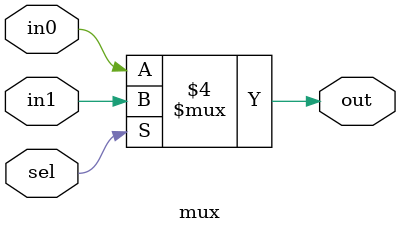
<source format=v>
module mux(in0, in1, sel, out);
	input in0, in1, sel;
	output out;
	reg out;
	always @ (sel or in0 or in1)
	begin : MUX
		if(sel == 1'b0) begin
			out = in0;
		end
		else begin
			out = in1;
		end
	end	
endmodule

</source>
